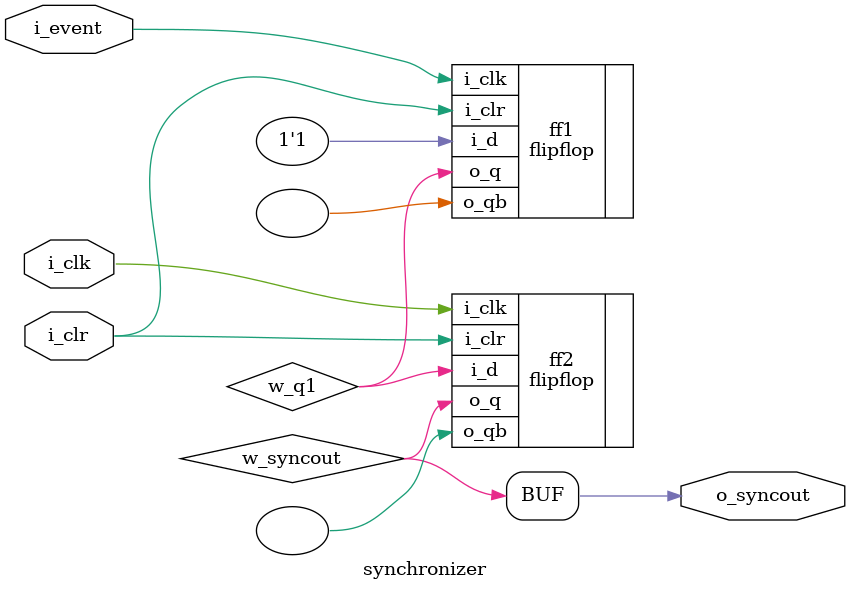
<source format=v>
`timescale 1ns/1ns
module synchronizer
(
input                 i_event,
input                 i_clk,
input                 i_clr,
output                o_syncout
);

wire w_q1;
wire w_syncout;
assign  #1 o_syncout = w_syncout;

flipflop ff1
( 
	.i_d(1'b1),
	.i_clk(i_event),
	.i_clr(i_clr),
	.o_q(w_q1),
	.o_qb()
);

flipflop ff2
( 
	.i_d(w_q1),
	.i_clk(i_clk),
	.i_clr(i_clr),
	.o_q(w_syncout),
	.o_qb()
);

endmodule 
</source>
